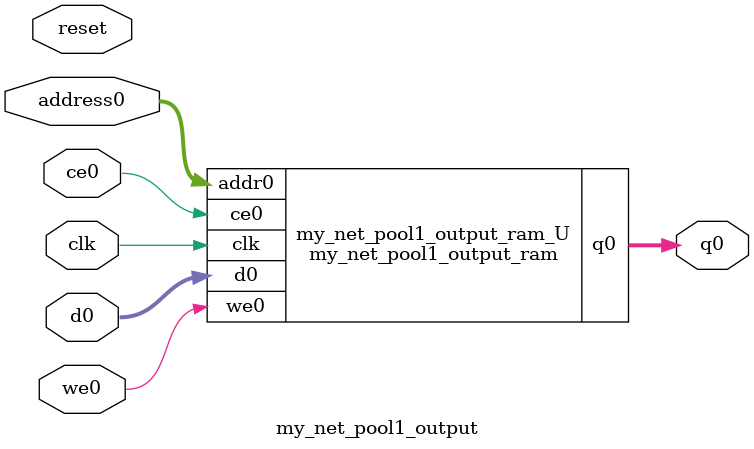
<source format=v>
`timescale 1 ns / 1 ps
module my_net_pool1_output_ram (addr0, ce0, d0, we0, q0,  clk);

parameter DWIDTH = 16;
parameter AWIDTH = 12;
parameter MEM_SIZE = 3136;

input[AWIDTH-1:0] addr0;
input ce0;
input[DWIDTH-1:0] d0;
input we0;
output reg[DWIDTH-1:0] q0;
input clk;

(* ram_style = "block" *)reg [DWIDTH-1:0] ram[0:MEM_SIZE-1];




always @(posedge clk)  
begin 
    if (ce0) 
    begin
        if (we0) 
        begin 
            ram[addr0] <= d0; 
        end 
        q0 <= ram[addr0];
    end
end


endmodule

`timescale 1 ns / 1 ps
module my_net_pool1_output(
    reset,
    clk,
    address0,
    ce0,
    we0,
    d0,
    q0);

parameter DataWidth = 32'd16;
parameter AddressRange = 32'd3136;
parameter AddressWidth = 32'd12;
input reset;
input clk;
input[AddressWidth - 1:0] address0;
input ce0;
input we0;
input[DataWidth - 1:0] d0;
output[DataWidth - 1:0] q0;



my_net_pool1_output_ram my_net_pool1_output_ram_U(
    .clk( clk ),
    .addr0( address0 ),
    .ce0( ce0 ),
    .we0( we0 ),
    .d0( d0 ),
    .q0( q0 ));

endmodule


</source>
